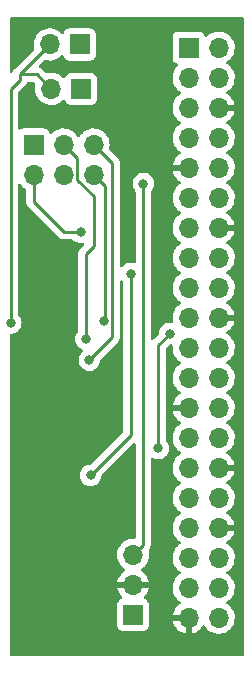
<source format=gbr>
%TF.GenerationSoftware,KiCad,Pcbnew,6.0.8-f2edbf62ab~116~ubuntu22.04.1*%
%TF.CreationDate,2022-10-03T19:02:53-04:00*%
%TF.ProjectId,RaspberryPi_PicoProgrammer,52617370-6265-4727-9279-50695f506963,rev?*%
%TF.SameCoordinates,Original*%
%TF.FileFunction,Copper,L2,Bot*%
%TF.FilePolarity,Positive*%
%FSLAX46Y46*%
G04 Gerber Fmt 4.6, Leading zero omitted, Abs format (unit mm)*
G04 Created by KiCad (PCBNEW 6.0.8-f2edbf62ab~116~ubuntu22.04.1) date 2022-10-03 19:02:53*
%MOMM*%
%LPD*%
G01*
G04 APERTURE LIST*
%TA.AperFunction,ComponentPad*%
%ADD10R,1.700000X1.700000*%
%TD*%
%TA.AperFunction,ComponentPad*%
%ADD11O,1.700000X1.700000*%
%TD*%
%TA.AperFunction,ViaPad*%
%ADD12C,0.800000*%
%TD*%
%TA.AperFunction,Conductor*%
%ADD13C,0.250000*%
%TD*%
G04 APERTURE END LIST*
D10*
%TO.P,J3,1,Pin_1*%
%TO.N,/UartTX*%
X137625000Y-71210000D03*
D11*
%TO.P,J3,2,Pin_2*%
%TO.N,/SWO*%
X137625000Y-73750000D03*
%TO.P,J3,3,Pin_3*%
%TO.N,/SDA_0*%
X140165000Y-71210000D03*
%TO.P,J3,4,Pin_4*%
%TO.N,/SCL_0*%
X140165000Y-73750000D03*
%TO.P,J3,5,Pin_5*%
%TO.N,/SDA_1*%
X142705000Y-71210000D03*
%TO.P,J3,6,Pin_6*%
%TO.N,/SCL_1*%
X142705000Y-73750000D03*
%TD*%
D10*
%TO.P,J5,1,3V3*%
%TO.N,Net-(J5-Pad1)*%
X150750000Y-63000000D03*
D11*
%TO.P,J5,2,5V*%
%TO.N,Net-(J5-Pad2)*%
X153290000Y-63000000D03*
%TO.P,J5,3,SDA/GPIO2*%
%TO.N,/SDA_0*%
X150750000Y-65540000D03*
%TO.P,J5,4,5V*%
%TO.N,unconnected-(J5-Pad4)*%
X153290000Y-65540000D03*
%TO.P,J5,5,SCL/GPIO3*%
%TO.N,/SCL_0*%
X150750000Y-68080000D03*
%TO.P,J5,6,GND*%
%TO.N,GND*%
X153290000Y-68080000D03*
%TO.P,J5,7,GCLK0/GPIO4*%
%TO.N,unconnected-(J5-Pad7)*%
X150750000Y-70620000D03*
%TO.P,J5,8,GPIO14/TXD*%
%TO.N,/UartTX*%
X153290000Y-70620000D03*
%TO.P,J5,9,GND*%
%TO.N,GND*%
X150750000Y-73160000D03*
%TO.P,J5,10,GPIO15/RXD*%
%TO.N,/SWO*%
X153290000Y-73160000D03*
%TO.P,J5,11,GPIO17*%
%TO.N,unconnected-(J5-Pad11)*%
X150750000Y-75700000D03*
%TO.P,J5,12,GPIO18/PWM0*%
%TO.N,unconnected-(J5-Pad12)*%
X153290000Y-75700000D03*
%TO.P,J5,13,GPIO27*%
%TO.N,unconnected-(J5-Pad13)*%
X150750000Y-78240000D03*
%TO.P,J5,14,GND*%
%TO.N,GND*%
X153290000Y-78240000D03*
%TO.P,J5,15,GPIO22*%
%TO.N,unconnected-(J5-Pad15)*%
X150750000Y-80780000D03*
%TO.P,J5,16,GPIO23*%
%TO.N,unconnected-(J5-Pad16)*%
X153290000Y-80780000D03*
%TO.P,J5,17,3V3*%
%TO.N,unconnected-(J5-Pad17)*%
X150750000Y-83320000D03*
%TO.P,J5,18,GPIO24*%
%TO.N,/SWDIO*%
X153290000Y-83320000D03*
%TO.P,J5,19,MOSI0/GPIO10*%
%TO.N,unconnected-(J5-Pad19)*%
X150750000Y-85860000D03*
%TO.P,J5,20,GND*%
%TO.N,GND*%
X153290000Y-85860000D03*
%TO.P,J5,21,MISO0/GPIO9*%
%TO.N,unconnected-(J5-Pad21)*%
X150750000Y-88400000D03*
%TO.P,J5,22,GPIO25*%
%TO.N,/SWDCLK*%
X153290000Y-88400000D03*
%TO.P,J5,23,SCLK0/GPIO11*%
%TO.N,unconnected-(J5-Pad23)*%
X150750000Y-90940000D03*
%TO.P,J5,24,~{CE0}/GPIO8*%
%TO.N,unconnected-(J5-Pad24)*%
X153290000Y-90940000D03*
%TO.P,J5,25,GND*%
%TO.N,GND*%
X150750000Y-93480000D03*
%TO.P,J5,26,~{CE1}/GPIO7*%
%TO.N,unconnected-(J5-Pad26)*%
X153290000Y-93480000D03*
%TO.P,J5,27,ID_SD/GPIO0*%
%TO.N,/SDA_1*%
X150750000Y-96020000D03*
%TO.P,J5,28,ID_SC/GPIO1*%
%TO.N,/SCL_1*%
X153290000Y-96020000D03*
%TO.P,J5,29,GCLK1/GPIO5*%
%TO.N,unconnected-(J5-Pad29)*%
X150750000Y-98560000D03*
%TO.P,J5,30,GND*%
%TO.N,GND*%
X153290000Y-98560000D03*
%TO.P,J5,31,GCLK2/GPIO6*%
%TO.N,unconnected-(J5-Pad31)*%
X150750000Y-101100000D03*
%TO.P,J5,32,PWM0/GPIO12*%
%TO.N,unconnected-(J5-Pad32)*%
X153290000Y-101100000D03*
%TO.P,J5,33,PWM1/GPIO13*%
%TO.N,unconnected-(J5-Pad33)*%
X150750000Y-103640000D03*
%TO.P,J5,34,GND*%
%TO.N,GND*%
X153290000Y-103640000D03*
%TO.P,J5,35,GPIO19/MISO1*%
%TO.N,unconnected-(J5-Pad35)*%
X150750000Y-106180000D03*
%TO.P,J5,36,GPIO16*%
%TO.N,unconnected-(J5-Pad36)*%
X153290000Y-106180000D03*
%TO.P,J5,37,GPIO26*%
%TO.N,unconnected-(J5-Pad37)*%
X150750000Y-108720000D03*
%TO.P,J5,38,GPIO20/MOSI1*%
%TO.N,unconnected-(J5-Pad38)*%
X153290000Y-108720000D03*
%TO.P,J5,39,GND*%
%TO.N,GND*%
X150750000Y-111260000D03*
%TO.P,J5,40,GPIO21/SCLK1*%
%TO.N,unconnected-(J5-Pad40)*%
X153290000Y-111260000D03*
%TD*%
D10*
%TO.P,3.3,1,A*%
%TO.N,Net-(J5-Pad1)*%
X141630400Y-66497200D03*
D11*
%TO.P,3.3,2,B*%
%TO.N,/power_output*%
X139090400Y-66497200D03*
%TD*%
D10*
%TO.P,5v,1,A*%
%TO.N,Net-(J5-Pad2)*%
X141528800Y-62738000D03*
D11*
%TO.P,5v,2,B*%
%TO.N,/power_output*%
X138988800Y-62738000D03*
%TD*%
D10*
%TO.P,SWD_Headers,1,Pin_1*%
%TO.N,/SWDCLK*%
X146050000Y-111030000D03*
D11*
%TO.P,SWD_Headers,2,Pin_2*%
%TO.N,GND*%
X146050000Y-108490000D03*
%TO.P,SWD_Headers,3,Pin_3*%
%TO.N,/SWO*%
X146050000Y-105950000D03*
%TD*%
D12*
%TO.N,/SDA_1*%
X142341600Y-89458800D03*
%TO.N,/SWDIO*%
X145848200Y-82145000D03*
X142443200Y-99212400D03*
%TO.N,/SWDCLK*%
X149148800Y-87223600D03*
X148183600Y-96926400D03*
%TO.N,/SWO*%
X146912200Y-74525000D03*
X141603550Y-78611550D03*
%TO.N,/SDA_0*%
X142036800Y-87680800D03*
%TO.N,/SCL_1*%
X143558200Y-86108600D03*
%TO.N,/power_output*%
X135686800Y-86309200D03*
%TO.N,GND*%
X141732000Y-97231200D03*
X136753600Y-79197200D03*
%TD*%
D13*
%TO.N,/SDA_1*%
X144283200Y-87517200D02*
X142341600Y-89458800D01*
X144283200Y-72788200D02*
X144283200Y-87517200D01*
X142705000Y-71210000D02*
X144283200Y-72788200D01*
%TO.N,/SWDIO*%
X142443200Y-99212400D02*
X142341600Y-99314000D01*
X145848200Y-82145000D02*
X145848200Y-95807400D01*
X145848200Y-95807400D02*
X142443200Y-99212400D01*
%TO.N,/SWDCLK*%
X148183600Y-96926400D02*
X148183600Y-88188800D01*
X148183600Y-88188800D02*
X149148800Y-87223600D01*
%TO.N,/SWO*%
X140181150Y-78611550D02*
X141603550Y-78611550D01*
X137625000Y-76055400D02*
X140181150Y-78611550D01*
X137625000Y-73750000D02*
X137625000Y-76055400D01*
X146900000Y-105100000D02*
X146900000Y-74588000D01*
X146050000Y-105950000D02*
X146900000Y-105100000D01*
X146900000Y-74588000D02*
X146913600Y-74574400D01*
%TO.N,/SDA_0*%
X142697200Y-79806800D02*
X142697200Y-75593901D01*
X141340000Y-72385000D02*
X140165000Y-71210000D01*
X142036800Y-87680800D02*
X142036800Y-80467200D01*
X142036800Y-80467200D02*
X142697200Y-79806800D01*
X142697200Y-75593901D02*
X141340000Y-74236701D01*
X141340000Y-74236701D02*
X141340000Y-72385000D01*
%TO.N,/SCL_1*%
X143662400Y-74707400D02*
X142705000Y-73750000D01*
X143558200Y-86108600D02*
X143662400Y-86004400D01*
X143662400Y-86004400D02*
X143662400Y-74707400D01*
%TO.N,/power_output*%
X138988800Y-62738000D02*
X136448800Y-65278000D01*
X136448800Y-65786000D02*
X135686800Y-66548000D01*
X136448800Y-65278000D02*
X136448800Y-65786000D01*
X135686800Y-66548000D02*
X135686800Y-86309200D01*
X139090400Y-66497200D02*
X137871200Y-65278000D01*
X137871200Y-65278000D02*
X136448800Y-65278000D01*
%TD*%
%TA.AperFunction,Conductor*%
%TO.N,GND*%
G36*
X155389621Y-60472502D02*
G01*
X155436114Y-60526158D01*
X155447500Y-60578500D01*
X155447500Y-114427500D01*
X155427498Y-114495621D01*
X155373842Y-114542114D01*
X155321500Y-114553500D01*
X135734500Y-114553500D01*
X135666379Y-114533498D01*
X135619886Y-114479842D01*
X135608500Y-114427500D01*
X135608500Y-111928134D01*
X144691500Y-111928134D01*
X144698255Y-111990316D01*
X144749385Y-112126705D01*
X144836739Y-112243261D01*
X144953295Y-112330615D01*
X145089684Y-112381745D01*
X145151866Y-112388500D01*
X146948134Y-112388500D01*
X147010316Y-112381745D01*
X147146705Y-112330615D01*
X147263261Y-112243261D01*
X147350615Y-112126705D01*
X147401745Y-111990316D01*
X147408500Y-111928134D01*
X147408500Y-111527966D01*
X149418257Y-111527966D01*
X149448565Y-111662446D01*
X149451645Y-111672275D01*
X149531770Y-111869603D01*
X149536413Y-111878794D01*
X149647694Y-112060388D01*
X149653777Y-112068699D01*
X149793213Y-112229667D01*
X149800580Y-112236883D01*
X149964434Y-112372916D01*
X149972881Y-112378831D01*
X150156756Y-112486279D01*
X150166042Y-112490729D01*
X150365001Y-112566703D01*
X150374899Y-112569579D01*
X150478250Y-112590606D01*
X150492299Y-112589410D01*
X150496000Y-112579065D01*
X150496000Y-111532115D01*
X150491525Y-111516876D01*
X150490135Y-111515671D01*
X150482452Y-111514000D01*
X149433225Y-111514000D01*
X149419694Y-111517973D01*
X149418257Y-111527966D01*
X147408500Y-111527966D01*
X147408500Y-110131866D01*
X147401745Y-110069684D01*
X147350615Y-109933295D01*
X147263261Y-109816739D01*
X147146705Y-109729385D01*
X147119321Y-109719119D01*
X147027687Y-109684767D01*
X146970923Y-109642125D01*
X146946223Y-109575564D01*
X146961430Y-109506215D01*
X146982977Y-109477535D01*
X147084052Y-109376812D01*
X147090730Y-109368965D01*
X147215003Y-109196020D01*
X147220313Y-109187183D01*
X147314670Y-108996267D01*
X147318469Y-108986672D01*
X147380377Y-108782910D01*
X147382555Y-108772837D01*
X147383986Y-108761962D01*
X147381775Y-108747778D01*
X147368617Y-108744000D01*
X144733225Y-108744000D01*
X144719694Y-108747973D01*
X144718257Y-108757966D01*
X144748565Y-108892446D01*
X144751645Y-108902275D01*
X144831770Y-109099603D01*
X144836413Y-109108794D01*
X144947694Y-109290388D01*
X144953777Y-109298699D01*
X145093213Y-109459667D01*
X145100577Y-109466879D01*
X145105522Y-109470985D01*
X145145156Y-109529889D01*
X145146653Y-109600870D01*
X145109537Y-109661392D01*
X145069264Y-109685910D01*
X144961705Y-109726232D01*
X144961704Y-109726233D01*
X144953295Y-109729385D01*
X144836739Y-109816739D01*
X144749385Y-109933295D01*
X144698255Y-110069684D01*
X144691500Y-110131866D01*
X144691500Y-111928134D01*
X135608500Y-111928134D01*
X135608500Y-87343700D01*
X135628502Y-87275579D01*
X135682158Y-87229086D01*
X135734500Y-87217700D01*
X135782287Y-87217700D01*
X135788739Y-87216328D01*
X135788744Y-87216328D01*
X135906187Y-87191364D01*
X135969088Y-87177994D01*
X136045764Y-87143856D01*
X136137522Y-87103003D01*
X136137524Y-87103002D01*
X136143552Y-87100318D01*
X136168670Y-87082069D01*
X136205585Y-87055248D01*
X136298053Y-86988066D01*
X136425840Y-86846144D01*
X136521327Y-86680756D01*
X136580342Y-86499128D01*
X136595229Y-86357491D01*
X136599614Y-86315765D01*
X136600304Y-86309200D01*
X136585822Y-86171407D01*
X136581032Y-86125835D01*
X136581032Y-86125833D01*
X136580342Y-86119272D01*
X136521327Y-85937644D01*
X136425840Y-85772256D01*
X136352663Y-85690985D01*
X136321947Y-85626979D01*
X136320300Y-85606676D01*
X136320300Y-74656692D01*
X136340302Y-74588571D01*
X136393958Y-74542078D01*
X136464232Y-74531974D01*
X136528812Y-74561468D01*
X136541537Y-74574194D01*
X136667865Y-74720031D01*
X136667869Y-74720035D01*
X136671250Y-74723938D01*
X136843126Y-74866632D01*
X136904129Y-74902279D01*
X136929070Y-74916853D01*
X136977794Y-74968491D01*
X136991500Y-75025641D01*
X136991500Y-75976633D01*
X136990973Y-75987816D01*
X136989298Y-75995309D01*
X136989547Y-76003235D01*
X136989547Y-76003236D01*
X136991438Y-76063386D01*
X136991500Y-76067345D01*
X136991500Y-76095256D01*
X136991997Y-76099190D01*
X136991997Y-76099191D01*
X136992005Y-76099256D01*
X136992938Y-76111093D01*
X136994327Y-76155289D01*
X136999978Y-76174739D01*
X137003987Y-76194100D01*
X137006526Y-76214197D01*
X137009445Y-76221568D01*
X137009445Y-76221570D01*
X137022804Y-76255312D01*
X137026649Y-76266542D01*
X137038982Y-76308993D01*
X137043015Y-76315812D01*
X137043017Y-76315817D01*
X137049293Y-76326428D01*
X137057988Y-76344176D01*
X137065448Y-76363017D01*
X137070110Y-76369433D01*
X137070110Y-76369434D01*
X137091436Y-76398787D01*
X137097952Y-76408707D01*
X137120458Y-76446762D01*
X137134779Y-76461083D01*
X137147619Y-76476116D01*
X137159528Y-76492507D01*
X137193605Y-76520698D01*
X137202384Y-76528688D01*
X139677498Y-79003803D01*
X139685038Y-79012089D01*
X139689150Y-79018568D01*
X139694927Y-79023993D01*
X139738801Y-79065193D01*
X139741643Y-79067948D01*
X139761380Y-79087685D01*
X139764577Y-79090165D01*
X139773597Y-79097868D01*
X139805829Y-79128136D01*
X139812775Y-79131955D01*
X139812778Y-79131957D01*
X139823584Y-79137898D01*
X139840103Y-79148749D01*
X139856109Y-79161164D01*
X139863378Y-79164309D01*
X139863382Y-79164312D01*
X139896687Y-79178724D01*
X139907337Y-79183941D01*
X139946090Y-79205245D01*
X139963313Y-79209667D01*
X139965712Y-79210283D01*
X139984417Y-79216687D01*
X140003005Y-79224731D01*
X140010828Y-79225970D01*
X140010838Y-79225973D01*
X140046674Y-79231649D01*
X140058294Y-79234055D01*
X140093439Y-79243078D01*
X140101120Y-79245050D01*
X140121374Y-79245050D01*
X140141084Y-79246601D01*
X140161093Y-79249770D01*
X140168985Y-79249024D01*
X140205111Y-79245609D01*
X140216969Y-79245050D01*
X140895350Y-79245050D01*
X140963471Y-79265052D01*
X140982697Y-79281393D01*
X140982970Y-79281090D01*
X140987882Y-79285513D01*
X140992297Y-79290416D01*
X140997636Y-79294295D01*
X141078321Y-79352916D01*
X141146798Y-79402668D01*
X141152826Y-79405352D01*
X141152828Y-79405353D01*
X141219974Y-79435248D01*
X141321262Y-79480344D01*
X141414662Y-79500197D01*
X141501606Y-79518678D01*
X141501611Y-79518678D01*
X141508063Y-79520050D01*
X141699037Y-79520050D01*
X141705490Y-79518678D01*
X141705503Y-79518677D01*
X141776977Y-79503484D01*
X141847767Y-79508885D01*
X141904400Y-79551702D01*
X141928894Y-79618339D01*
X141913473Y-79687641D01*
X141892269Y-79715825D01*
X141644542Y-79963552D01*
X141636262Y-79971087D01*
X141629782Y-79975200D01*
X141583157Y-80024851D01*
X141580402Y-80027693D01*
X141560665Y-80047430D01*
X141558185Y-80050627D01*
X141550482Y-80059647D01*
X141520214Y-80091879D01*
X141516395Y-80098825D01*
X141516393Y-80098828D01*
X141510452Y-80109634D01*
X141499601Y-80126153D01*
X141487186Y-80142159D01*
X141484041Y-80149428D01*
X141484038Y-80149432D01*
X141469626Y-80182737D01*
X141464409Y-80193387D01*
X141443105Y-80232140D01*
X141441134Y-80239815D01*
X141441134Y-80239816D01*
X141438067Y-80251762D01*
X141431663Y-80270466D01*
X141423619Y-80289055D01*
X141422380Y-80296878D01*
X141422377Y-80296888D01*
X141416701Y-80332724D01*
X141414295Y-80344344D01*
X141405272Y-80379489D01*
X141403300Y-80387170D01*
X141403300Y-80407424D01*
X141401749Y-80427134D01*
X141398580Y-80447143D01*
X141399326Y-80455035D01*
X141402741Y-80491161D01*
X141403300Y-80503019D01*
X141403300Y-86978276D01*
X141383298Y-87046397D01*
X141370942Y-87062579D01*
X141297760Y-87143856D01*
X141255918Y-87216328D01*
X141221710Y-87275579D01*
X141202273Y-87309244D01*
X141143258Y-87490872D01*
X141142568Y-87497433D01*
X141142568Y-87497435D01*
X141134666Y-87572617D01*
X141123296Y-87680800D01*
X141123986Y-87687365D01*
X141142526Y-87863759D01*
X141143258Y-87870728D01*
X141202273Y-88052356D01*
X141297760Y-88217744D01*
X141425547Y-88359666D01*
X141481062Y-88400000D01*
X141572715Y-88466590D01*
X141580048Y-88471918D01*
X141586076Y-88474602D01*
X141586078Y-88474603D01*
X141736732Y-88541678D01*
X141790828Y-88587658D01*
X141811477Y-88655585D01*
X141792125Y-88723893D01*
X141759544Y-88758721D01*
X141730347Y-88779934D01*
X141725926Y-88784844D01*
X141725925Y-88784845D01*
X141620609Y-88901811D01*
X141602560Y-88921856D01*
X141507073Y-89087244D01*
X141448058Y-89268872D01*
X141428096Y-89458800D01*
X141428786Y-89465365D01*
X141444105Y-89611114D01*
X141448058Y-89648728D01*
X141507073Y-89830356D01*
X141602560Y-89995744D01*
X141606978Y-90000651D01*
X141606979Y-90000652D01*
X141703885Y-90108277D01*
X141730347Y-90137666D01*
X141884848Y-90249918D01*
X141890876Y-90252602D01*
X141890878Y-90252603D01*
X142053281Y-90324909D01*
X142059312Y-90327594D01*
X142152712Y-90347447D01*
X142239656Y-90365928D01*
X142239661Y-90365928D01*
X142246113Y-90367300D01*
X142437087Y-90367300D01*
X142443539Y-90365928D01*
X142443544Y-90365928D01*
X142530488Y-90347447D01*
X142623888Y-90327594D01*
X142629919Y-90324909D01*
X142792322Y-90252603D01*
X142792324Y-90252602D01*
X142798352Y-90249918D01*
X142952853Y-90137666D01*
X142979315Y-90108277D01*
X143076221Y-90000652D01*
X143076222Y-90000651D01*
X143080640Y-89995744D01*
X143176127Y-89830356D01*
X143235142Y-89648728D01*
X143252507Y-89483506D01*
X143279520Y-89417850D01*
X143288722Y-89407582D01*
X143972412Y-88723893D01*
X144675453Y-88020852D01*
X144683739Y-88013312D01*
X144690218Y-88009200D01*
X144736844Y-87959548D01*
X144739598Y-87956707D01*
X144759335Y-87936970D01*
X144761815Y-87933773D01*
X144769520Y-87924751D01*
X144794359Y-87898300D01*
X144799786Y-87892521D01*
X144803605Y-87885575D01*
X144803607Y-87885572D01*
X144809548Y-87874766D01*
X144820399Y-87858247D01*
X144827958Y-87848501D01*
X144832814Y-87842241D01*
X144835959Y-87834972D01*
X144835962Y-87834968D01*
X144850374Y-87801663D01*
X144855591Y-87791013D01*
X144876895Y-87752260D01*
X144881933Y-87732637D01*
X144888337Y-87713934D01*
X144893233Y-87702620D01*
X144893233Y-87702619D01*
X144896381Y-87695345D01*
X144897620Y-87687522D01*
X144897623Y-87687512D01*
X144903299Y-87651676D01*
X144905705Y-87640056D01*
X144914728Y-87604911D01*
X144914728Y-87604910D01*
X144916700Y-87597230D01*
X144916700Y-87576976D01*
X144918251Y-87557265D01*
X144920180Y-87545086D01*
X144921420Y-87537257D01*
X144917259Y-87493238D01*
X144916700Y-87481381D01*
X144916700Y-82796436D01*
X144936702Y-82728315D01*
X144990358Y-82681822D01*
X145060632Y-82671718D01*
X145125212Y-82701212D01*
X145136328Y-82712117D01*
X145182337Y-82763215D01*
X145213053Y-82827221D01*
X145214700Y-82847524D01*
X145214700Y-95492805D01*
X145194698Y-95560926D01*
X145177795Y-95581900D01*
X142492700Y-98266995D01*
X142430388Y-98301021D01*
X142403605Y-98303900D01*
X142347713Y-98303900D01*
X142341261Y-98305272D01*
X142341256Y-98305272D01*
X142254312Y-98323753D01*
X142160912Y-98343606D01*
X142154882Y-98346291D01*
X142154881Y-98346291D01*
X141992478Y-98418597D01*
X141992476Y-98418598D01*
X141986448Y-98421282D01*
X141831947Y-98533534D01*
X141704160Y-98675456D01*
X141608673Y-98840844D01*
X141549658Y-99022472D01*
X141529696Y-99212400D01*
X141530386Y-99218965D01*
X141545282Y-99360689D01*
X141549658Y-99402328D01*
X141608673Y-99583956D01*
X141704160Y-99749344D01*
X141708578Y-99754251D01*
X141708579Y-99754252D01*
X141800768Y-99856638D01*
X141831947Y-99891266D01*
X141986448Y-100003518D01*
X141992476Y-100006202D01*
X141992478Y-100006203D01*
X142152682Y-100077530D01*
X142160912Y-100081194D01*
X142248672Y-100099848D01*
X142341256Y-100119528D01*
X142341261Y-100119528D01*
X142347713Y-100120900D01*
X142538687Y-100120900D01*
X142545139Y-100119528D01*
X142545144Y-100119528D01*
X142637728Y-100099848D01*
X142725488Y-100081194D01*
X142733718Y-100077530D01*
X142893922Y-100006203D01*
X142893924Y-100006202D01*
X142899952Y-100003518D01*
X143054453Y-99891266D01*
X143085632Y-99856638D01*
X143177821Y-99754252D01*
X143177822Y-99754251D01*
X143182240Y-99749344D01*
X143277727Y-99583956D01*
X143336742Y-99402328D01*
X143354107Y-99237106D01*
X143381120Y-99171450D01*
X143390322Y-99161182D01*
X146051405Y-96500099D01*
X146113717Y-96466073D01*
X146184532Y-96471138D01*
X146241368Y-96513685D01*
X146266179Y-96580205D01*
X146266500Y-96589194D01*
X146266500Y-104466423D01*
X146246498Y-104534544D01*
X146192842Y-104581037D01*
X146138962Y-104592414D01*
X146006505Y-104590795D01*
X145960080Y-104590228D01*
X145960078Y-104590228D01*
X145954911Y-104590165D01*
X145734091Y-104623955D01*
X145521756Y-104693357D01*
X145323607Y-104796507D01*
X145319474Y-104799610D01*
X145319471Y-104799612D01*
X145154658Y-104923357D01*
X145144965Y-104930635D01*
X145091418Y-104986669D01*
X145006014Y-105076039D01*
X144990629Y-105092138D01*
X144987715Y-105096410D01*
X144987714Y-105096411D01*
X144902556Y-105221249D01*
X144864743Y-105276680D01*
X144770688Y-105479305D01*
X144710989Y-105694570D01*
X144687251Y-105916695D01*
X144687548Y-105921848D01*
X144687548Y-105921851D01*
X144693011Y-106016590D01*
X144700110Y-106139715D01*
X144701247Y-106144761D01*
X144701248Y-106144767D01*
X144709947Y-106183365D01*
X144749222Y-106357639D01*
X144833266Y-106564616D01*
X144850307Y-106592425D01*
X144907928Y-106686453D01*
X144949987Y-106755088D01*
X145096250Y-106923938D01*
X145268126Y-107066632D01*
X145341955Y-107109774D01*
X145390679Y-107161412D01*
X145403750Y-107231195D01*
X145377019Y-107296967D01*
X145336562Y-107330327D01*
X145328457Y-107334546D01*
X145319738Y-107340036D01*
X145149433Y-107467905D01*
X145141726Y-107474748D01*
X144994590Y-107628717D01*
X144988104Y-107636727D01*
X144868098Y-107812649D01*
X144863000Y-107821623D01*
X144773338Y-108014783D01*
X144769775Y-108024470D01*
X144714389Y-108224183D01*
X144715912Y-108232607D01*
X144728292Y-108236000D01*
X147368344Y-108236000D01*
X147381875Y-108232027D01*
X147383180Y-108222947D01*
X147341214Y-108055875D01*
X147337894Y-108046124D01*
X147252972Y-107850814D01*
X147248105Y-107841739D01*
X147132426Y-107662926D01*
X147126136Y-107654757D01*
X146982806Y-107497240D01*
X146975273Y-107490215D01*
X146808139Y-107358222D01*
X146799556Y-107352520D01*
X146762602Y-107332120D01*
X146712631Y-107281687D01*
X146697859Y-107212245D01*
X146722975Y-107145839D01*
X146750327Y-107119232D01*
X146773797Y-107102491D01*
X146929860Y-106991173D01*
X146935967Y-106985088D01*
X147035123Y-106886277D01*
X147088096Y-106833489D01*
X147147594Y-106750689D01*
X147215435Y-106656277D01*
X147218453Y-106652077D01*
X147252793Y-106582596D01*
X147315136Y-106456453D01*
X147315137Y-106456451D01*
X147317430Y-106451811D01*
X147382370Y-106238069D01*
X147411529Y-106016590D01*
X147413156Y-105950000D01*
X147394852Y-105727361D01*
X147366261Y-105613536D01*
X147369065Y-105542595D01*
X147396615Y-105496588D01*
X147411159Y-105481100D01*
X147416586Y-105475321D01*
X147420407Y-105468371D01*
X147426346Y-105457568D01*
X147437202Y-105441041D01*
X147444757Y-105431302D01*
X147444758Y-105431300D01*
X147449614Y-105425040D01*
X147467174Y-105384460D01*
X147472391Y-105373812D01*
X147489875Y-105342009D01*
X147489876Y-105342007D01*
X147493695Y-105335060D01*
X147498733Y-105315437D01*
X147505137Y-105296734D01*
X147510033Y-105285420D01*
X147510033Y-105285419D01*
X147513181Y-105278145D01*
X147514420Y-105270322D01*
X147514423Y-105270312D01*
X147520099Y-105234476D01*
X147522505Y-105222856D01*
X147531528Y-105187711D01*
X147531528Y-105187710D01*
X147533500Y-105180030D01*
X147533500Y-105159776D01*
X147535051Y-105140065D01*
X147536980Y-105127886D01*
X147538220Y-105120057D01*
X147534059Y-105076038D01*
X147533500Y-105064181D01*
X147533500Y-97823330D01*
X147553502Y-97755209D01*
X147607158Y-97708716D01*
X147677432Y-97698612D01*
X147722110Y-97714076D01*
X147726848Y-97717518D01*
X147901312Y-97795194D01*
X147994713Y-97815047D01*
X148081656Y-97833528D01*
X148081661Y-97833528D01*
X148088113Y-97834900D01*
X148279087Y-97834900D01*
X148285539Y-97833528D01*
X148285544Y-97833528D01*
X148372488Y-97815047D01*
X148465888Y-97795194D01*
X148471919Y-97792509D01*
X148634322Y-97720203D01*
X148634324Y-97720202D01*
X148640352Y-97717518D01*
X148655212Y-97706722D01*
X148695757Y-97677264D01*
X148794853Y-97605266D01*
X148922640Y-97463344D01*
X149018127Y-97297956D01*
X149077142Y-97116328D01*
X149097104Y-96926400D01*
X149086456Y-96825088D01*
X149077832Y-96743035D01*
X149077832Y-96743033D01*
X149077142Y-96736472D01*
X149018127Y-96554844D01*
X149001736Y-96526453D01*
X148925941Y-96395174D01*
X148922640Y-96389456D01*
X148849463Y-96308185D01*
X148818747Y-96244179D01*
X148817100Y-96223876D01*
X148817100Y-88503395D01*
X148837102Y-88435274D01*
X148854005Y-88414299D01*
X149099301Y-88169004D01*
X149161613Y-88134979D01*
X149188396Y-88132100D01*
X149244287Y-88132100D01*
X149250745Y-88130727D01*
X149257311Y-88130037D01*
X149257574Y-88132539D01*
X149317063Y-88137074D01*
X149373699Y-88179886D01*
X149398198Y-88246522D01*
X149397765Y-88268311D01*
X149387251Y-88366695D01*
X149387548Y-88371848D01*
X149387548Y-88371851D01*
X149397340Y-88541678D01*
X149400110Y-88589715D01*
X149401247Y-88594761D01*
X149401248Y-88594767D01*
X149417681Y-88667682D01*
X149449222Y-88807639D01*
X149533266Y-89014616D01*
X149574265Y-89081521D01*
X149647291Y-89200688D01*
X149649987Y-89205088D01*
X149796250Y-89373938D01*
X149968126Y-89516632D01*
X150038595Y-89557811D01*
X150041445Y-89559476D01*
X150090169Y-89611114D01*
X150103240Y-89680897D01*
X150076509Y-89746669D01*
X150036055Y-89780027D01*
X150023607Y-89786507D01*
X150019474Y-89789610D01*
X150019471Y-89789612D01*
X149957583Y-89836079D01*
X149844965Y-89920635D01*
X149690629Y-90082138D01*
X149687720Y-90086403D01*
X149687714Y-90086411D01*
X149602556Y-90211249D01*
X149564743Y-90266680D01*
X149470688Y-90469305D01*
X149410989Y-90684570D01*
X149387251Y-90906695D01*
X149387548Y-90911848D01*
X149387548Y-90911851D01*
X149393011Y-91006590D01*
X149400110Y-91129715D01*
X149401247Y-91134761D01*
X149401248Y-91134767D01*
X149421119Y-91222939D01*
X149449222Y-91347639D01*
X149533266Y-91554616D01*
X149584019Y-91637438D01*
X149647291Y-91740688D01*
X149649987Y-91745088D01*
X149796250Y-91913938D01*
X149968126Y-92056632D01*
X150041445Y-92099476D01*
X150041955Y-92099774D01*
X150090679Y-92151412D01*
X150103750Y-92221195D01*
X150077019Y-92286967D01*
X150036562Y-92320327D01*
X150028457Y-92324546D01*
X150019738Y-92330036D01*
X149849433Y-92457905D01*
X149841726Y-92464748D01*
X149694590Y-92618717D01*
X149688104Y-92626727D01*
X149568098Y-92802649D01*
X149563000Y-92811623D01*
X149473338Y-93004783D01*
X149469775Y-93014470D01*
X149414389Y-93214183D01*
X149415912Y-93222607D01*
X149428292Y-93226000D01*
X150878000Y-93226000D01*
X150946121Y-93246002D01*
X150992614Y-93299658D01*
X151004000Y-93352000D01*
X151004000Y-93608000D01*
X150983998Y-93676121D01*
X150930342Y-93722614D01*
X150878000Y-93734000D01*
X149433225Y-93734000D01*
X149419694Y-93737973D01*
X149418257Y-93747966D01*
X149448565Y-93882446D01*
X149451645Y-93892275D01*
X149531770Y-94089603D01*
X149536413Y-94098794D01*
X149647694Y-94280388D01*
X149653777Y-94288699D01*
X149793213Y-94449667D01*
X149800580Y-94456883D01*
X149964434Y-94592916D01*
X149972881Y-94598831D01*
X150041969Y-94639203D01*
X150090693Y-94690842D01*
X150103764Y-94760625D01*
X150077033Y-94826396D01*
X150036584Y-94859752D01*
X150023607Y-94866507D01*
X150019474Y-94869610D01*
X150019471Y-94869612D01*
X149995247Y-94887800D01*
X149844965Y-95000635D01*
X149690629Y-95162138D01*
X149564743Y-95346680D01*
X149470688Y-95549305D01*
X149410989Y-95764570D01*
X149387251Y-95986695D01*
X149387548Y-95991848D01*
X149387548Y-95991851D01*
X149393011Y-96086590D01*
X149400110Y-96209715D01*
X149401247Y-96214761D01*
X149401248Y-96214767D01*
X149403301Y-96223876D01*
X149449222Y-96427639D01*
X149533266Y-96634616D01*
X149584019Y-96717438D01*
X149647291Y-96820688D01*
X149649987Y-96825088D01*
X149796250Y-96993938D01*
X149968126Y-97136632D01*
X150038595Y-97177811D01*
X150041445Y-97179476D01*
X150090169Y-97231114D01*
X150103240Y-97300897D01*
X150076509Y-97366669D01*
X150036055Y-97400027D01*
X150023607Y-97406507D01*
X150019474Y-97409610D01*
X150019471Y-97409612D01*
X149947907Y-97463344D01*
X149844965Y-97540635D01*
X149690629Y-97702138D01*
X149687715Y-97706410D01*
X149687714Y-97706411D01*
X149626215Y-97796566D01*
X149564743Y-97886680D01*
X149470688Y-98089305D01*
X149410989Y-98304570D01*
X149387251Y-98526695D01*
X149400110Y-98749715D01*
X149401247Y-98754761D01*
X149401248Y-98754767D01*
X149422275Y-98848069D01*
X149449222Y-98967639D01*
X149533266Y-99174616D01*
X149649987Y-99365088D01*
X149796250Y-99533938D01*
X149968126Y-99676632D01*
X150038595Y-99717811D01*
X150041445Y-99719476D01*
X150090169Y-99771114D01*
X150103240Y-99840897D01*
X150076509Y-99906669D01*
X150036055Y-99940027D01*
X150023607Y-99946507D01*
X150019474Y-99949610D01*
X150019471Y-99949612D01*
X149995247Y-99967800D01*
X149844965Y-100080635D01*
X149690629Y-100242138D01*
X149564743Y-100426680D01*
X149470688Y-100629305D01*
X149410989Y-100844570D01*
X149387251Y-101066695D01*
X149387548Y-101071848D01*
X149387548Y-101071851D01*
X149393011Y-101166590D01*
X149400110Y-101289715D01*
X149401247Y-101294761D01*
X149401248Y-101294767D01*
X149421119Y-101382939D01*
X149449222Y-101507639D01*
X149533266Y-101714616D01*
X149584019Y-101797438D01*
X149647291Y-101900688D01*
X149649987Y-101905088D01*
X149796250Y-102073938D01*
X149968126Y-102216632D01*
X150038595Y-102257811D01*
X150041445Y-102259476D01*
X150090169Y-102311114D01*
X150103240Y-102380897D01*
X150076509Y-102446669D01*
X150036055Y-102480027D01*
X150023607Y-102486507D01*
X150019474Y-102489610D01*
X150019471Y-102489612D01*
X149995247Y-102507800D01*
X149844965Y-102620635D01*
X149690629Y-102782138D01*
X149564743Y-102966680D01*
X149470688Y-103169305D01*
X149410989Y-103384570D01*
X149387251Y-103606695D01*
X149400110Y-103829715D01*
X149401247Y-103834761D01*
X149401248Y-103834767D01*
X149414597Y-103894000D01*
X149449222Y-104047639D01*
X149533266Y-104254616D01*
X149649987Y-104445088D01*
X149796250Y-104613938D01*
X149968126Y-104756632D01*
X150032276Y-104794118D01*
X150041445Y-104799476D01*
X150090169Y-104851114D01*
X150103240Y-104920897D01*
X150076509Y-104986669D01*
X150036055Y-105020027D01*
X150023607Y-105026507D01*
X150019474Y-105029610D01*
X150019471Y-105029612D01*
X149849100Y-105157530D01*
X149844965Y-105160635D01*
X149841393Y-105164373D01*
X149725718Y-105285420D01*
X149690629Y-105322138D01*
X149564743Y-105506680D01*
X149517716Y-105607992D01*
X149477528Y-105694570D01*
X149470688Y-105709305D01*
X149410989Y-105924570D01*
X149387251Y-106146695D01*
X149387548Y-106151848D01*
X149387548Y-106151851D01*
X149393011Y-106246590D01*
X149400110Y-106369715D01*
X149401247Y-106374761D01*
X149401248Y-106374767D01*
X149421119Y-106462939D01*
X149449222Y-106587639D01*
X149533266Y-106794616D01*
X149584019Y-106877438D01*
X149647291Y-106980688D01*
X149649987Y-106985088D01*
X149796250Y-107153938D01*
X149968126Y-107296632D01*
X149979994Y-107303567D01*
X150041445Y-107339476D01*
X150090169Y-107391114D01*
X150103240Y-107460897D01*
X150076509Y-107526669D01*
X150036055Y-107560027D01*
X150023607Y-107566507D01*
X150019474Y-107569610D01*
X150019471Y-107569612D01*
X149849100Y-107697530D01*
X149844965Y-107700635D01*
X149690629Y-107862138D01*
X149564743Y-108046680D01*
X149470688Y-108249305D01*
X149410989Y-108464570D01*
X149387251Y-108686695D01*
X149387548Y-108691848D01*
X149387548Y-108691851D01*
X149393011Y-108786590D01*
X149400110Y-108909715D01*
X149401247Y-108914761D01*
X149401248Y-108914767D01*
X149421119Y-109002939D01*
X149449222Y-109127639D01*
X149533266Y-109334616D01*
X149584019Y-109417438D01*
X149647291Y-109520688D01*
X149649987Y-109525088D01*
X149796250Y-109693938D01*
X149968126Y-109836632D01*
X150041445Y-109879476D01*
X150041955Y-109879774D01*
X150090679Y-109931412D01*
X150103750Y-110001195D01*
X150077019Y-110066967D01*
X150036562Y-110100327D01*
X150028457Y-110104546D01*
X150019738Y-110110036D01*
X149849433Y-110237905D01*
X149841726Y-110244748D01*
X149694590Y-110398717D01*
X149688104Y-110406727D01*
X149568098Y-110582649D01*
X149563000Y-110591623D01*
X149473338Y-110784783D01*
X149469775Y-110794470D01*
X149414389Y-110994183D01*
X149415912Y-111002607D01*
X149428292Y-111006000D01*
X150878000Y-111006000D01*
X150946121Y-111026002D01*
X150992614Y-111079658D01*
X151004000Y-111132000D01*
X151004000Y-112578517D01*
X151008064Y-112592359D01*
X151021478Y-112594393D01*
X151028184Y-112593534D01*
X151038262Y-112591392D01*
X151242255Y-112530191D01*
X151251842Y-112526433D01*
X151443095Y-112432739D01*
X151451945Y-112427464D01*
X151625328Y-112303792D01*
X151633200Y-112297139D01*
X151784052Y-112146812D01*
X151790730Y-112138965D01*
X151918022Y-111961819D01*
X151919279Y-111962722D01*
X151966373Y-111919362D01*
X152036311Y-111907145D01*
X152101751Y-111934678D01*
X152129579Y-111966511D01*
X152189987Y-112065088D01*
X152336250Y-112233938D01*
X152508126Y-112376632D01*
X152701000Y-112489338D01*
X152909692Y-112569030D01*
X152914760Y-112570061D01*
X152914763Y-112570062D01*
X153009862Y-112589410D01*
X153128597Y-112613567D01*
X153133772Y-112613757D01*
X153133774Y-112613757D01*
X153346673Y-112621564D01*
X153346677Y-112621564D01*
X153351837Y-112621753D01*
X153356957Y-112621097D01*
X153356959Y-112621097D01*
X153568288Y-112594025D01*
X153568289Y-112594025D01*
X153573416Y-112593368D01*
X153578366Y-112591883D01*
X153782429Y-112530661D01*
X153782434Y-112530659D01*
X153787384Y-112529174D01*
X153987994Y-112430896D01*
X154169860Y-112301173D01*
X154328096Y-112143489D01*
X154340157Y-112126705D01*
X154455435Y-111966277D01*
X154458453Y-111962077D01*
X154471995Y-111934678D01*
X154555136Y-111766453D01*
X154555137Y-111766451D01*
X154557430Y-111761811D01*
X154622370Y-111548069D01*
X154651529Y-111326590D01*
X154653156Y-111260000D01*
X154634852Y-111037361D01*
X154580431Y-110820702D01*
X154491354Y-110615840D01*
X154370014Y-110428277D01*
X154219670Y-110263051D01*
X154215619Y-110259852D01*
X154215615Y-110259848D01*
X154048414Y-110127800D01*
X154048410Y-110127798D01*
X154044359Y-110124598D01*
X154003053Y-110101796D01*
X153953084Y-110051364D01*
X153938312Y-109981921D01*
X153963428Y-109915516D01*
X153990780Y-109888909D01*
X154034603Y-109857650D01*
X154169860Y-109761173D01*
X154196355Y-109734771D01*
X154324435Y-109607137D01*
X154328096Y-109603489D01*
X154387594Y-109520689D01*
X154455435Y-109426277D01*
X154458453Y-109422077D01*
X154479320Y-109379857D01*
X154555136Y-109226453D01*
X154555137Y-109226451D01*
X154557430Y-109221811D01*
X154622370Y-109008069D01*
X154651529Y-108786590D01*
X154652131Y-108761962D01*
X154653074Y-108723365D01*
X154653074Y-108723361D01*
X154653156Y-108720000D01*
X154634852Y-108497361D01*
X154580431Y-108280702D01*
X154491354Y-108075840D01*
X154370014Y-107888277D01*
X154219670Y-107723051D01*
X154215619Y-107719852D01*
X154215615Y-107719848D01*
X154048414Y-107587800D01*
X154048410Y-107587798D01*
X154044359Y-107584598D01*
X154003053Y-107561796D01*
X153953084Y-107511364D01*
X153938312Y-107441921D01*
X153963428Y-107375516D01*
X153990780Y-107348909D01*
X154054347Y-107303567D01*
X154169860Y-107221173D01*
X154211842Y-107179338D01*
X154324435Y-107067137D01*
X154328096Y-107063489D01*
X154382679Y-106987529D01*
X154455435Y-106886277D01*
X154458453Y-106882077D01*
X154479320Y-106839857D01*
X154555136Y-106686453D01*
X154555137Y-106686451D01*
X154557430Y-106681811D01*
X154622370Y-106468069D01*
X154651529Y-106246590D01*
X154653156Y-106180000D01*
X154634852Y-105957361D01*
X154580431Y-105740702D01*
X154491354Y-105535840D01*
X154389899Y-105379014D01*
X154372822Y-105352617D01*
X154372820Y-105352614D01*
X154370014Y-105348277D01*
X154219670Y-105183051D01*
X154215619Y-105179852D01*
X154215615Y-105179848D01*
X154048414Y-105047800D01*
X154048410Y-105047798D01*
X154044359Y-105044598D01*
X154002569Y-105021529D01*
X153952598Y-104971097D01*
X153937826Y-104901654D01*
X153962942Y-104835248D01*
X153990294Y-104808641D01*
X154165328Y-104683792D01*
X154173200Y-104677139D01*
X154324052Y-104526812D01*
X154330730Y-104518965D01*
X154455003Y-104346020D01*
X154460313Y-104337183D01*
X154554670Y-104146267D01*
X154558469Y-104136672D01*
X154620377Y-103932910D01*
X154622555Y-103922837D01*
X154623986Y-103911962D01*
X154621775Y-103897778D01*
X154608617Y-103894000D01*
X153162000Y-103894000D01*
X153093879Y-103873998D01*
X153047386Y-103820342D01*
X153036000Y-103768000D01*
X153036000Y-103512000D01*
X153056002Y-103443879D01*
X153109658Y-103397386D01*
X153162000Y-103386000D01*
X154608344Y-103386000D01*
X154621875Y-103382027D01*
X154623180Y-103372947D01*
X154581214Y-103205875D01*
X154577894Y-103196124D01*
X154492972Y-103000814D01*
X154488105Y-102991739D01*
X154372426Y-102812926D01*
X154366136Y-102804757D01*
X154222806Y-102647240D01*
X154215273Y-102640215D01*
X154048139Y-102508222D01*
X154039556Y-102502520D01*
X154002602Y-102482120D01*
X153952631Y-102431687D01*
X153937859Y-102362245D01*
X153962975Y-102295839D01*
X153990327Y-102269232D01*
X154013797Y-102252491D01*
X154169860Y-102141173D01*
X154328096Y-101983489D01*
X154387594Y-101900689D01*
X154455435Y-101806277D01*
X154458453Y-101802077D01*
X154479320Y-101759857D01*
X154555136Y-101606453D01*
X154555137Y-101606451D01*
X154557430Y-101601811D01*
X154622370Y-101388069D01*
X154651529Y-101166590D01*
X154653156Y-101100000D01*
X154634852Y-100877361D01*
X154580431Y-100660702D01*
X154491354Y-100455840D01*
X154370014Y-100268277D01*
X154219670Y-100103051D01*
X154215619Y-100099852D01*
X154215615Y-100099848D01*
X154048414Y-99967800D01*
X154048410Y-99967798D01*
X154044359Y-99964598D01*
X154002569Y-99941529D01*
X153952598Y-99891097D01*
X153937826Y-99821654D01*
X153962942Y-99755248D01*
X153990294Y-99728641D01*
X154165328Y-99603792D01*
X154173200Y-99597139D01*
X154324052Y-99446812D01*
X154330730Y-99438965D01*
X154455003Y-99266020D01*
X154460313Y-99257183D01*
X154554670Y-99066267D01*
X154558469Y-99056672D01*
X154620377Y-98852910D01*
X154622555Y-98842837D01*
X154623986Y-98831962D01*
X154621775Y-98817778D01*
X154608617Y-98814000D01*
X153162000Y-98814000D01*
X153093879Y-98793998D01*
X153047386Y-98740342D01*
X153036000Y-98688000D01*
X153036000Y-98432000D01*
X153056002Y-98363879D01*
X153109658Y-98317386D01*
X153162000Y-98306000D01*
X154608344Y-98306000D01*
X154621875Y-98302027D01*
X154623180Y-98292947D01*
X154581214Y-98125875D01*
X154577894Y-98116124D01*
X154492972Y-97920814D01*
X154488105Y-97911739D01*
X154372426Y-97732926D01*
X154366136Y-97724757D01*
X154222806Y-97567240D01*
X154215273Y-97560215D01*
X154048139Y-97428222D01*
X154039556Y-97422520D01*
X154002602Y-97402120D01*
X153952631Y-97351687D01*
X153937859Y-97282245D01*
X153962975Y-97215839D01*
X153990327Y-97189232D01*
X154013797Y-97172491D01*
X154169860Y-97061173D01*
X154328096Y-96903489D01*
X154387594Y-96820689D01*
X154455435Y-96726277D01*
X154458453Y-96722077D01*
X154479320Y-96679857D01*
X154555136Y-96526453D01*
X154555137Y-96526451D01*
X154557430Y-96521811D01*
X154622370Y-96308069D01*
X154651529Y-96086590D01*
X154653156Y-96020000D01*
X154634852Y-95797361D01*
X154580431Y-95580702D01*
X154491354Y-95375840D01*
X154370014Y-95188277D01*
X154219670Y-95023051D01*
X154215619Y-95019852D01*
X154215615Y-95019848D01*
X154048414Y-94887800D01*
X154048410Y-94887798D01*
X154044359Y-94884598D01*
X154003053Y-94861796D01*
X153953084Y-94811364D01*
X153938312Y-94741921D01*
X153963428Y-94675516D01*
X153990780Y-94648909D01*
X154034603Y-94617650D01*
X154169860Y-94521173D01*
X154328096Y-94363489D01*
X154458453Y-94182077D01*
X154471995Y-94154678D01*
X154555136Y-93986453D01*
X154555137Y-93986451D01*
X154557430Y-93981811D01*
X154622370Y-93768069D01*
X154651529Y-93546590D01*
X154653156Y-93480000D01*
X154634852Y-93257361D01*
X154580431Y-93040702D01*
X154491354Y-92835840D01*
X154370014Y-92648277D01*
X154219670Y-92483051D01*
X154215619Y-92479852D01*
X154215615Y-92479848D01*
X154048414Y-92347800D01*
X154048410Y-92347798D01*
X154044359Y-92344598D01*
X154003053Y-92321796D01*
X153953084Y-92271364D01*
X153938312Y-92201921D01*
X153963428Y-92135516D01*
X153990780Y-92108909D01*
X154034603Y-92077650D01*
X154169860Y-91981173D01*
X154328096Y-91823489D01*
X154387594Y-91740689D01*
X154455435Y-91646277D01*
X154458453Y-91642077D01*
X154479320Y-91599857D01*
X154555136Y-91446453D01*
X154555137Y-91446451D01*
X154557430Y-91441811D01*
X154622370Y-91228069D01*
X154651529Y-91006590D01*
X154653156Y-90940000D01*
X154634852Y-90717361D01*
X154580431Y-90500702D01*
X154491354Y-90295840D01*
X154370014Y-90108277D01*
X154219670Y-89943051D01*
X154215619Y-89939852D01*
X154215615Y-89939848D01*
X154048414Y-89807800D01*
X154048410Y-89807798D01*
X154044359Y-89804598D01*
X154003053Y-89781796D01*
X153953084Y-89731364D01*
X153938312Y-89661921D01*
X153963428Y-89595516D01*
X153990780Y-89568909D01*
X154034603Y-89537650D01*
X154169860Y-89441173D01*
X154328096Y-89283489D01*
X154333884Y-89275435D01*
X154455435Y-89106277D01*
X154458453Y-89102077D01*
X154468613Y-89081521D01*
X154555136Y-88906453D01*
X154555137Y-88906451D01*
X154557430Y-88901811D01*
X154622370Y-88688069D01*
X154651529Y-88466590D01*
X154653156Y-88400000D01*
X154634852Y-88177361D01*
X154580431Y-87960702D01*
X154491354Y-87755840D01*
X154423967Y-87651676D01*
X154372822Y-87572617D01*
X154372820Y-87572614D01*
X154370014Y-87568277D01*
X154219670Y-87403051D01*
X154215619Y-87399852D01*
X154215615Y-87399848D01*
X154048414Y-87267800D01*
X154048410Y-87267798D01*
X154044359Y-87264598D01*
X154002569Y-87241529D01*
X153952598Y-87191097D01*
X153937826Y-87121654D01*
X153962942Y-87055248D01*
X153990294Y-87028641D01*
X154165328Y-86903792D01*
X154173200Y-86897139D01*
X154324052Y-86746812D01*
X154330730Y-86738965D01*
X154455003Y-86566020D01*
X154460313Y-86557183D01*
X154554670Y-86366267D01*
X154558469Y-86356672D01*
X154620377Y-86152910D01*
X154622555Y-86142837D01*
X154623986Y-86131962D01*
X154621775Y-86117778D01*
X154608617Y-86114000D01*
X153162000Y-86114000D01*
X153093879Y-86093998D01*
X153047386Y-86040342D01*
X153036000Y-85988000D01*
X153036000Y-85732000D01*
X153056002Y-85663879D01*
X153109658Y-85617386D01*
X153162000Y-85606000D01*
X154608344Y-85606000D01*
X154621875Y-85602027D01*
X154623180Y-85592947D01*
X154581214Y-85425875D01*
X154577894Y-85416124D01*
X154492972Y-85220814D01*
X154488105Y-85211739D01*
X154372426Y-85032926D01*
X154366136Y-85024757D01*
X154222806Y-84867240D01*
X154215273Y-84860215D01*
X154048139Y-84728222D01*
X154039556Y-84722520D01*
X154002602Y-84702120D01*
X153952631Y-84651687D01*
X153937859Y-84582245D01*
X153962975Y-84515839D01*
X153990327Y-84489232D01*
X154013797Y-84472491D01*
X154169860Y-84361173D01*
X154328096Y-84203489D01*
X154387594Y-84120689D01*
X154455435Y-84026277D01*
X154458453Y-84022077D01*
X154479320Y-83979857D01*
X154555136Y-83826453D01*
X154555137Y-83826451D01*
X154557430Y-83821811D01*
X154622370Y-83608069D01*
X154651529Y-83386590D01*
X154653156Y-83320000D01*
X154634852Y-83097361D01*
X154580431Y-82880702D01*
X154491354Y-82675840D01*
X154370014Y-82488277D01*
X154219670Y-82323051D01*
X154215619Y-82319852D01*
X154215615Y-82319848D01*
X154048414Y-82187800D01*
X154048410Y-82187798D01*
X154044359Y-82184598D01*
X154003053Y-82161796D01*
X153953084Y-82111364D01*
X153938312Y-82041921D01*
X153963428Y-81975516D01*
X153990780Y-81948909D01*
X154034603Y-81917650D01*
X154169860Y-81821173D01*
X154328096Y-81663489D01*
X154367929Y-81608056D01*
X154455435Y-81486277D01*
X154458453Y-81482077D01*
X154463906Y-81471045D01*
X154555136Y-81286453D01*
X154555137Y-81286451D01*
X154557430Y-81281811D01*
X154622370Y-81068069D01*
X154651529Y-80846590D01*
X154653156Y-80780000D01*
X154634852Y-80557361D01*
X154580431Y-80340702D01*
X154491354Y-80135840D01*
X154391171Y-79980981D01*
X154372822Y-79952617D01*
X154372820Y-79952614D01*
X154370014Y-79948277D01*
X154219670Y-79783051D01*
X154215619Y-79779852D01*
X154215615Y-79779848D01*
X154048414Y-79647800D01*
X154048410Y-79647798D01*
X154044359Y-79644598D01*
X154002569Y-79621529D01*
X153952598Y-79571097D01*
X153937826Y-79501654D01*
X153962942Y-79435248D01*
X153990294Y-79408641D01*
X154165328Y-79283792D01*
X154173200Y-79277139D01*
X154324052Y-79126812D01*
X154330730Y-79118965D01*
X154455003Y-78946020D01*
X154460313Y-78937183D01*
X154554670Y-78746267D01*
X154558469Y-78736672D01*
X154620377Y-78532910D01*
X154622555Y-78522837D01*
X154623986Y-78511962D01*
X154621775Y-78497778D01*
X154608617Y-78494000D01*
X153162000Y-78494000D01*
X153093879Y-78473998D01*
X153047386Y-78420342D01*
X153036000Y-78368000D01*
X153036000Y-78112000D01*
X153056002Y-78043879D01*
X153109658Y-77997386D01*
X153162000Y-77986000D01*
X154608344Y-77986000D01*
X154621875Y-77982027D01*
X154623180Y-77972947D01*
X154581214Y-77805875D01*
X154577894Y-77796124D01*
X154492972Y-77600814D01*
X154488105Y-77591739D01*
X154372426Y-77412926D01*
X154366136Y-77404757D01*
X154222806Y-77247240D01*
X154215273Y-77240215D01*
X154048139Y-77108222D01*
X154039556Y-77102520D01*
X154002602Y-77082120D01*
X153952631Y-77031687D01*
X153937859Y-76962245D01*
X153962975Y-76895839D01*
X153990327Y-76869232D01*
X154013797Y-76852491D01*
X154169860Y-76741173D01*
X154328096Y-76583489D01*
X154387594Y-76500689D01*
X154455435Y-76406277D01*
X154458453Y-76402077D01*
X154479320Y-76359857D01*
X154555136Y-76206453D01*
X154555137Y-76206451D01*
X154557430Y-76201811D01*
X154622370Y-75988069D01*
X154651529Y-75766590D01*
X154653156Y-75700000D01*
X154634852Y-75477361D01*
X154580431Y-75260702D01*
X154491354Y-75055840D01*
X154370014Y-74868277D01*
X154219670Y-74703051D01*
X154215619Y-74699852D01*
X154215615Y-74699848D01*
X154048414Y-74567800D01*
X154048410Y-74567798D01*
X154044359Y-74564598D01*
X154003053Y-74541796D01*
X153953084Y-74491364D01*
X153938312Y-74421921D01*
X153963428Y-74355516D01*
X153990780Y-74328909D01*
X154034603Y-74297650D01*
X154169860Y-74201173D01*
X154213547Y-74157639D01*
X154324435Y-74047137D01*
X154328096Y-74043489D01*
X154367929Y-73988056D01*
X154455435Y-73866277D01*
X154458453Y-73862077D01*
X154463906Y-73851045D01*
X154555136Y-73666453D01*
X154555137Y-73666451D01*
X154557430Y-73661811D01*
X154622370Y-73448069D01*
X154651529Y-73226590D01*
X154653156Y-73160000D01*
X154634852Y-72937361D01*
X154580431Y-72720702D01*
X154491354Y-72515840D01*
X154410738Y-72391227D01*
X154372822Y-72332617D01*
X154372820Y-72332614D01*
X154370014Y-72328277D01*
X154219670Y-72163051D01*
X154215619Y-72159852D01*
X154215615Y-72159848D01*
X154048414Y-72027800D01*
X154048410Y-72027798D01*
X154044359Y-72024598D01*
X154003053Y-72001796D01*
X153953084Y-71951364D01*
X153938312Y-71881921D01*
X153963428Y-71815516D01*
X153990780Y-71788909D01*
X154034603Y-71757650D01*
X154169860Y-71661173D01*
X154328096Y-71503489D01*
X154387594Y-71420689D01*
X154455435Y-71326277D01*
X154458453Y-71322077D01*
X154479320Y-71279857D01*
X154555136Y-71126453D01*
X154555137Y-71126451D01*
X154557430Y-71121811D01*
X154622370Y-70908069D01*
X154651529Y-70686590D01*
X154653156Y-70620000D01*
X154634852Y-70397361D01*
X154580431Y-70180702D01*
X154491354Y-69975840D01*
X154425358Y-69873825D01*
X154372822Y-69792617D01*
X154372820Y-69792614D01*
X154370014Y-69788277D01*
X154219670Y-69623051D01*
X154215619Y-69619852D01*
X154215615Y-69619848D01*
X154048414Y-69487800D01*
X154048410Y-69487798D01*
X154044359Y-69484598D01*
X154002569Y-69461529D01*
X153952598Y-69411097D01*
X153937826Y-69341654D01*
X153962942Y-69275248D01*
X153990294Y-69248641D01*
X154165328Y-69123792D01*
X154173200Y-69117139D01*
X154324052Y-68966812D01*
X154330730Y-68958965D01*
X154455003Y-68786020D01*
X154460313Y-68777183D01*
X154554670Y-68586267D01*
X154558469Y-68576672D01*
X154620377Y-68372910D01*
X154622555Y-68362837D01*
X154623986Y-68351962D01*
X154621775Y-68337778D01*
X154608617Y-68334000D01*
X153162000Y-68334000D01*
X153093879Y-68313998D01*
X153047386Y-68260342D01*
X153036000Y-68208000D01*
X153036000Y-67952000D01*
X153056002Y-67883879D01*
X153109658Y-67837386D01*
X153162000Y-67826000D01*
X154608344Y-67826000D01*
X154621875Y-67822027D01*
X154623180Y-67812947D01*
X154581214Y-67645875D01*
X154577894Y-67636124D01*
X154492972Y-67440814D01*
X154488105Y-67431739D01*
X154372426Y-67252926D01*
X154366136Y-67244757D01*
X154222806Y-67087240D01*
X154215273Y-67080215D01*
X154048139Y-66948222D01*
X154039556Y-66942520D01*
X154002602Y-66922120D01*
X153952631Y-66871687D01*
X153937859Y-66802245D01*
X153962975Y-66735839D01*
X153990327Y-66709232D01*
X154028860Y-66681747D01*
X154169860Y-66581173D01*
X154328096Y-66423489D01*
X154387594Y-66340689D01*
X154455435Y-66246277D01*
X154458453Y-66242077D01*
X154466643Y-66225507D01*
X154555136Y-66046453D01*
X154555137Y-66046451D01*
X154557430Y-66041811D01*
X154622370Y-65828069D01*
X154651529Y-65606590D01*
X154653156Y-65540000D01*
X154634852Y-65317361D01*
X154580431Y-65100702D01*
X154491354Y-64895840D01*
X154426600Y-64795745D01*
X154372822Y-64712617D01*
X154372820Y-64712614D01*
X154370014Y-64708277D01*
X154219670Y-64543051D01*
X154215619Y-64539852D01*
X154215615Y-64539848D01*
X154048414Y-64407800D01*
X154048410Y-64407798D01*
X154044359Y-64404598D01*
X154003053Y-64381796D01*
X153953084Y-64331364D01*
X153938312Y-64261921D01*
X153963428Y-64195516D01*
X153990780Y-64168909D01*
X154034603Y-64137650D01*
X154169860Y-64041173D01*
X154328096Y-63883489D01*
X154458453Y-63702077D01*
X154464195Y-63690460D01*
X154555136Y-63506453D01*
X154555137Y-63506451D01*
X154557430Y-63501811D01*
X154622370Y-63288069D01*
X154651529Y-63066590D01*
X154653156Y-63000000D01*
X154634852Y-62777361D01*
X154580431Y-62560702D01*
X154491354Y-62355840D01*
X154370014Y-62168277D01*
X154219670Y-62003051D01*
X154215619Y-61999852D01*
X154215615Y-61999848D01*
X154048414Y-61867800D01*
X154048410Y-61867798D01*
X154044359Y-61864598D01*
X153848789Y-61756638D01*
X153843920Y-61754914D01*
X153843916Y-61754912D01*
X153643087Y-61683795D01*
X153643083Y-61683794D01*
X153638212Y-61682069D01*
X153633119Y-61681162D01*
X153633116Y-61681161D01*
X153423373Y-61643800D01*
X153423367Y-61643799D01*
X153418284Y-61642894D01*
X153344452Y-61641992D01*
X153200081Y-61640228D01*
X153200079Y-61640228D01*
X153194911Y-61640165D01*
X152974091Y-61673955D01*
X152761756Y-61743357D01*
X152563607Y-61846507D01*
X152559474Y-61849610D01*
X152559471Y-61849612D01*
X152389100Y-61977530D01*
X152384965Y-61980635D01*
X152328537Y-62039684D01*
X152304283Y-62065064D01*
X152242759Y-62100494D01*
X152171846Y-62097037D01*
X152114060Y-62055791D01*
X152095207Y-62022243D01*
X152053767Y-61911703D01*
X152050615Y-61903295D01*
X151963261Y-61786739D01*
X151846705Y-61699385D01*
X151710316Y-61648255D01*
X151648134Y-61641500D01*
X149851866Y-61641500D01*
X149789684Y-61648255D01*
X149653295Y-61699385D01*
X149536739Y-61786739D01*
X149449385Y-61903295D01*
X149398255Y-62039684D01*
X149391500Y-62101866D01*
X149391500Y-63898134D01*
X149398255Y-63960316D01*
X149449385Y-64096705D01*
X149536739Y-64213261D01*
X149653295Y-64300615D01*
X149661704Y-64303767D01*
X149661705Y-64303768D01*
X149770451Y-64344535D01*
X149827216Y-64387176D01*
X149851916Y-64453738D01*
X149836709Y-64523087D01*
X149817316Y-64549568D01*
X149690629Y-64682138D01*
X149687720Y-64686403D01*
X149687714Y-64686411D01*
X149615838Y-64791778D01*
X149564743Y-64866680D01*
X149539838Y-64920333D01*
X149473869Y-65062453D01*
X149470688Y-65069305D01*
X149410989Y-65284570D01*
X149387251Y-65506695D01*
X149387548Y-65511848D01*
X149387548Y-65511851D01*
X149393011Y-65606590D01*
X149400110Y-65729715D01*
X149401247Y-65734761D01*
X149401248Y-65734767D01*
X149420986Y-65822350D01*
X149449222Y-65947639D01*
X149533266Y-66154616D01*
X149583625Y-66236795D01*
X149647291Y-66340688D01*
X149649987Y-66345088D01*
X149796250Y-66513938D01*
X149968126Y-66656632D01*
X150019949Y-66686915D01*
X150041445Y-66699476D01*
X150090169Y-66751114D01*
X150103240Y-66820897D01*
X150076509Y-66886669D01*
X150036055Y-66920027D01*
X150023607Y-66926507D01*
X150019474Y-66929610D01*
X150019471Y-66929612D01*
X149995247Y-66947800D01*
X149844965Y-67060635D01*
X149841393Y-67064373D01*
X149712476Y-67199277D01*
X149690629Y-67222138D01*
X149564743Y-67406680D01*
X149541146Y-67457516D01*
X149474501Y-67601091D01*
X149470688Y-67609305D01*
X149410989Y-67824570D01*
X149387251Y-68046695D01*
X149400110Y-68269715D01*
X149401247Y-68274761D01*
X149401248Y-68274767D01*
X149414597Y-68334000D01*
X149449222Y-68487639D01*
X149533266Y-68694616D01*
X149649987Y-68885088D01*
X149796250Y-69053938D01*
X149968126Y-69196632D01*
X150038595Y-69237811D01*
X150041445Y-69239476D01*
X150090169Y-69291114D01*
X150103240Y-69360897D01*
X150076509Y-69426669D01*
X150036055Y-69460027D01*
X150023607Y-69466507D01*
X150019474Y-69469610D01*
X150019471Y-69469612D01*
X149995247Y-69487800D01*
X149844965Y-69600635D01*
X149690629Y-69762138D01*
X149564743Y-69946680D01*
X149470688Y-70149305D01*
X149410989Y-70364570D01*
X149387251Y-70586695D01*
X149387548Y-70591848D01*
X149387548Y-70591851D01*
X149393011Y-70686590D01*
X149400110Y-70809715D01*
X149401247Y-70814761D01*
X149401248Y-70814767D01*
X149421119Y-70902939D01*
X149449222Y-71027639D01*
X149487461Y-71121811D01*
X149523271Y-71210000D01*
X149533266Y-71234616D01*
X149584019Y-71317438D01*
X149647291Y-71420688D01*
X149649987Y-71425088D01*
X149796250Y-71593938D01*
X149968126Y-71736632D01*
X150041445Y-71779476D01*
X150041955Y-71779774D01*
X150090679Y-71831412D01*
X150103750Y-71901195D01*
X150077019Y-71966967D01*
X150036562Y-72000327D01*
X150028457Y-72004546D01*
X150019738Y-72010036D01*
X149849433Y-72137905D01*
X149841726Y-72144748D01*
X149694590Y-72298717D01*
X149688104Y-72306727D01*
X149568098Y-72482649D01*
X149563000Y-72491623D01*
X149473338Y-72684783D01*
X149469775Y-72694470D01*
X149414389Y-72894183D01*
X149415912Y-72902607D01*
X149428292Y-72906000D01*
X150878000Y-72906000D01*
X150946121Y-72926002D01*
X150992614Y-72979658D01*
X151004000Y-73032000D01*
X151004000Y-73288000D01*
X150983998Y-73356121D01*
X150930342Y-73402614D01*
X150878000Y-73414000D01*
X149433225Y-73414000D01*
X149419694Y-73417973D01*
X149418257Y-73427966D01*
X149448565Y-73562446D01*
X149451645Y-73572275D01*
X149531770Y-73769603D01*
X149536413Y-73778794D01*
X149647694Y-73960388D01*
X149653777Y-73968699D01*
X149793213Y-74129667D01*
X149800580Y-74136883D01*
X149964434Y-74272916D01*
X149972881Y-74278831D01*
X150041969Y-74319203D01*
X150090693Y-74370842D01*
X150103764Y-74440625D01*
X150077033Y-74506396D01*
X150036584Y-74539752D01*
X150023607Y-74546507D01*
X150019474Y-74549610D01*
X150019471Y-74549612D01*
X149876854Y-74656692D01*
X149844965Y-74680635D01*
X149841393Y-74684373D01*
X149720915Y-74810446D01*
X149690629Y-74842138D01*
X149687720Y-74846403D01*
X149687714Y-74846411D01*
X149649604Y-74902279D01*
X149564743Y-75026680D01*
X149529533Y-75102534D01*
X149487676Y-75192708D01*
X149470688Y-75229305D01*
X149410989Y-75444570D01*
X149387251Y-75666695D01*
X149387548Y-75671848D01*
X149387548Y-75671851D01*
X149393011Y-75766590D01*
X149400110Y-75889715D01*
X149401247Y-75894761D01*
X149401248Y-75894767D01*
X149404342Y-75908495D01*
X149449222Y-76107639D01*
X149495484Y-76221570D01*
X149527893Y-76301383D01*
X149533266Y-76314616D01*
X149584019Y-76397438D01*
X149647291Y-76500688D01*
X149649987Y-76505088D01*
X149796250Y-76673938D01*
X149968126Y-76816632D01*
X150038595Y-76857811D01*
X150041445Y-76859476D01*
X150090169Y-76911114D01*
X150103240Y-76980897D01*
X150076509Y-77046669D01*
X150036055Y-77080027D01*
X150023607Y-77086507D01*
X150019474Y-77089610D01*
X150019471Y-77089612D01*
X149995247Y-77107800D01*
X149844965Y-77220635D01*
X149690629Y-77382138D01*
X149564743Y-77566680D01*
X149548899Y-77600814D01*
X149478424Y-77752640D01*
X149470688Y-77769305D01*
X149410989Y-77984570D01*
X149387251Y-78206695D01*
X149400110Y-78429715D01*
X149401247Y-78434761D01*
X149401248Y-78434767D01*
X149414597Y-78494000D01*
X149449222Y-78647639D01*
X149533266Y-78854616D01*
X149535965Y-78859020D01*
X149633736Y-79018568D01*
X149649987Y-79045088D01*
X149796250Y-79213938D01*
X149968126Y-79356632D01*
X150038595Y-79397811D01*
X150041445Y-79399476D01*
X150090169Y-79451114D01*
X150103240Y-79520897D01*
X150076509Y-79586669D01*
X150036055Y-79620027D01*
X150023607Y-79626507D01*
X150019474Y-79629610D01*
X150019471Y-79629612D01*
X149995247Y-79647800D01*
X149844965Y-79760635D01*
X149690629Y-79922138D01*
X149687720Y-79926403D01*
X149687714Y-79926411D01*
X149650489Y-79980981D01*
X149564743Y-80106680D01*
X149551180Y-80135899D01*
X149476452Y-80296888D01*
X149470688Y-80309305D01*
X149410989Y-80524570D01*
X149387251Y-80746695D01*
X149387548Y-80751848D01*
X149387548Y-80751851D01*
X149393011Y-80846590D01*
X149400110Y-80969715D01*
X149401247Y-80974761D01*
X149401248Y-80974767D01*
X149421119Y-81062939D01*
X149449222Y-81187639D01*
X149487461Y-81281811D01*
X149515636Y-81351197D01*
X149533266Y-81394616D01*
X149574713Y-81462251D01*
X149647291Y-81580688D01*
X149649987Y-81585088D01*
X149796250Y-81753938D01*
X149968126Y-81896632D01*
X150038595Y-81937811D01*
X150041445Y-81939476D01*
X150090169Y-81991114D01*
X150103240Y-82060897D01*
X150076509Y-82126669D01*
X150036055Y-82160027D01*
X150023607Y-82166507D01*
X150019474Y-82169610D01*
X150019471Y-82169612D01*
X149995247Y-82187800D01*
X149844965Y-82300635D01*
X149690629Y-82462138D01*
X149687720Y-82466403D01*
X149687714Y-82466411D01*
X149602556Y-82591249D01*
X149564743Y-82646680D01*
X149470688Y-82849305D01*
X149410989Y-83064570D01*
X149387251Y-83286695D01*
X149387548Y-83291848D01*
X149387548Y-83291851D01*
X149393011Y-83386590D01*
X149400110Y-83509715D01*
X149401247Y-83514761D01*
X149401248Y-83514767D01*
X149421119Y-83602939D01*
X149449222Y-83727639D01*
X149533266Y-83934616D01*
X149584019Y-84017438D01*
X149647291Y-84120688D01*
X149649987Y-84125088D01*
X149796250Y-84293938D01*
X149968126Y-84436632D01*
X150038595Y-84477811D01*
X150041445Y-84479476D01*
X150090169Y-84531114D01*
X150103240Y-84600897D01*
X150076509Y-84666669D01*
X150036055Y-84700027D01*
X150023607Y-84706507D01*
X150019474Y-84709610D01*
X150019471Y-84709612D01*
X149995247Y-84727800D01*
X149844965Y-84840635D01*
X149690629Y-85002138D01*
X149564743Y-85186680D01*
X149470688Y-85389305D01*
X149410989Y-85604570D01*
X149387251Y-85826695D01*
X149387548Y-85831848D01*
X149387548Y-85831851D01*
X149396552Y-85988000D01*
X149400110Y-86049715D01*
X149401247Y-86054761D01*
X149401248Y-86054767D01*
X149427535Y-86171407D01*
X149422999Y-86242258D01*
X149380877Y-86299410D01*
X149314544Y-86324716D01*
X149278423Y-86322355D01*
X149250749Y-86316473D01*
X149250744Y-86316472D01*
X149244287Y-86315100D01*
X149053313Y-86315100D01*
X149046861Y-86316472D01*
X149046856Y-86316472D01*
X148959913Y-86334953D01*
X148866512Y-86354806D01*
X148860482Y-86357491D01*
X148860481Y-86357491D01*
X148698078Y-86429797D01*
X148698076Y-86429798D01*
X148692048Y-86432482D01*
X148537547Y-86544734D01*
X148533126Y-86549644D01*
X148533125Y-86549645D01*
X148425929Y-86668699D01*
X148409760Y-86686656D01*
X148314273Y-86852044D01*
X148255258Y-87033672D01*
X148254568Y-87040233D01*
X148254568Y-87040235D01*
X148237893Y-87198892D01*
X148210880Y-87264549D01*
X148201678Y-87274818D01*
X147791342Y-87685153D01*
X147783063Y-87692687D01*
X147776582Y-87696800D01*
X147771155Y-87702579D01*
X147771154Y-87702580D01*
X147751351Y-87723669D01*
X147690139Y-87759635D01*
X147619199Y-87756798D01*
X147561054Y-87716058D01*
X147534166Y-87650350D01*
X147533500Y-87637417D01*
X147533500Y-75241074D01*
X147553502Y-75172953D01*
X147565864Y-75156764D01*
X147646821Y-75066852D01*
X147646822Y-75066851D01*
X147651240Y-75061944D01*
X147732674Y-74920896D01*
X147743423Y-74902279D01*
X147743424Y-74902278D01*
X147746727Y-74896556D01*
X147805742Y-74714928D01*
X147806991Y-74703051D01*
X147825014Y-74531565D01*
X147825704Y-74525000D01*
X147815908Y-74431797D01*
X147806432Y-74341635D01*
X147806432Y-74341633D01*
X147805742Y-74335072D01*
X147746727Y-74153444D01*
X147739102Y-74140236D01*
X147709514Y-74088990D01*
X147651240Y-73988056D01*
X147523453Y-73846134D01*
X147368952Y-73733882D01*
X147362924Y-73731198D01*
X147362922Y-73731197D01*
X147200519Y-73658891D01*
X147200518Y-73658891D01*
X147194488Y-73656206D01*
X147101087Y-73636353D01*
X147014144Y-73617872D01*
X147014139Y-73617872D01*
X147007687Y-73616500D01*
X146816713Y-73616500D01*
X146810261Y-73617872D01*
X146810256Y-73617872D01*
X146723313Y-73636353D01*
X146629912Y-73656206D01*
X146623882Y-73658891D01*
X146623881Y-73658891D01*
X146461478Y-73731197D01*
X146461476Y-73731198D01*
X146455448Y-73733882D01*
X146300947Y-73846134D01*
X146173160Y-73988056D01*
X146114886Y-74088990D01*
X146085299Y-74140236D01*
X146077673Y-74153444D01*
X146018658Y-74335072D01*
X146017968Y-74341633D01*
X146017968Y-74341635D01*
X146008492Y-74431797D01*
X145998696Y-74525000D01*
X145999386Y-74531565D01*
X146017410Y-74703051D01*
X146018658Y-74714928D01*
X146077673Y-74896556D01*
X146080976Y-74902278D01*
X146080977Y-74902279D01*
X146091726Y-74920896D01*
X146173160Y-75061944D01*
X146177578Y-75066851D01*
X146177579Y-75066852D01*
X146234136Y-75129665D01*
X146264854Y-75193672D01*
X146266500Y-75213975D01*
X146266500Y-81149519D01*
X146246498Y-81217640D01*
X146192842Y-81264133D01*
X146122568Y-81274237D01*
X146114310Y-81272767D01*
X146058916Y-81260993D01*
X145950144Y-81237872D01*
X145950139Y-81237872D01*
X145943687Y-81236500D01*
X145752713Y-81236500D01*
X145746261Y-81237872D01*
X145746256Y-81237872D01*
X145659312Y-81256353D01*
X145565912Y-81276206D01*
X145559882Y-81278891D01*
X145559881Y-81278891D01*
X145397478Y-81351197D01*
X145397476Y-81351198D01*
X145391448Y-81353882D01*
X145236947Y-81466134D01*
X145232526Y-81471044D01*
X145232525Y-81471045D01*
X145136336Y-81577874D01*
X145075890Y-81615114D01*
X145004907Y-81613762D01*
X144945922Y-81574249D01*
X144917664Y-81509118D01*
X144916700Y-81493564D01*
X144916700Y-72866967D01*
X144917227Y-72855784D01*
X144918902Y-72848291D01*
X144916762Y-72780200D01*
X144916700Y-72776243D01*
X144916700Y-72748344D01*
X144916196Y-72744353D01*
X144915263Y-72732511D01*
X144915107Y-72727530D01*
X144913874Y-72688311D01*
X144911662Y-72680697D01*
X144911661Y-72680692D01*
X144908223Y-72668859D01*
X144904212Y-72649495D01*
X144902667Y-72637264D01*
X144901674Y-72629403D01*
X144898757Y-72622036D01*
X144898756Y-72622031D01*
X144885398Y-72588292D01*
X144881554Y-72577065D01*
X144879065Y-72568500D01*
X144869218Y-72534607D01*
X144858907Y-72517172D01*
X144850212Y-72499424D01*
X144842752Y-72480583D01*
X144816764Y-72444813D01*
X144810248Y-72434893D01*
X144791780Y-72403665D01*
X144791778Y-72403662D01*
X144787742Y-72396838D01*
X144773421Y-72382517D01*
X144760580Y-72367483D01*
X144753331Y-72357506D01*
X144748672Y-72351093D01*
X144742568Y-72346043D01*
X144742563Y-72346038D01*
X144714602Y-72322907D01*
X144705821Y-72314917D01*
X144056217Y-71665312D01*
X144022192Y-71603000D01*
X144024755Y-71539590D01*
X144037370Y-71498069D01*
X144066529Y-71276590D01*
X144068156Y-71210000D01*
X144049852Y-70987361D01*
X143995431Y-70770702D01*
X143906354Y-70565840D01*
X143785014Y-70378277D01*
X143634670Y-70213051D01*
X143630619Y-70209852D01*
X143630615Y-70209848D01*
X143463414Y-70077800D01*
X143463410Y-70077798D01*
X143459359Y-70074598D01*
X143263789Y-69966638D01*
X143258920Y-69964914D01*
X143258916Y-69964912D01*
X143058087Y-69893795D01*
X143058083Y-69893794D01*
X143053212Y-69892069D01*
X143048119Y-69891162D01*
X143048116Y-69891161D01*
X142838373Y-69853800D01*
X142838367Y-69853799D01*
X142833284Y-69852894D01*
X142759452Y-69851992D01*
X142615081Y-69850228D01*
X142615079Y-69850228D01*
X142609911Y-69850165D01*
X142389091Y-69883955D01*
X142176756Y-69953357D01*
X141978607Y-70056507D01*
X141974474Y-70059610D01*
X141974471Y-70059612D01*
X141806511Y-70185720D01*
X141799965Y-70190635D01*
X141796393Y-70194373D01*
X141688729Y-70307037D01*
X141645629Y-70352138D01*
X141538201Y-70509621D01*
X141483293Y-70554621D01*
X141412768Y-70562792D01*
X141349021Y-70531538D01*
X141328324Y-70507054D01*
X141247822Y-70382617D01*
X141247820Y-70382614D01*
X141245014Y-70378277D01*
X141094670Y-70213051D01*
X141090619Y-70209852D01*
X141090615Y-70209848D01*
X140923414Y-70077800D01*
X140923410Y-70077798D01*
X140919359Y-70074598D01*
X140723789Y-69966638D01*
X140718920Y-69964914D01*
X140718916Y-69964912D01*
X140518087Y-69893795D01*
X140518083Y-69893794D01*
X140513212Y-69892069D01*
X140508119Y-69891162D01*
X140508116Y-69891161D01*
X140298373Y-69853800D01*
X140298367Y-69853799D01*
X140293284Y-69852894D01*
X140219452Y-69851992D01*
X140075081Y-69850228D01*
X140075079Y-69850228D01*
X140069911Y-69850165D01*
X139849091Y-69883955D01*
X139636756Y-69953357D01*
X139438607Y-70056507D01*
X139434474Y-70059610D01*
X139434471Y-70059612D01*
X139266511Y-70185720D01*
X139259965Y-70190635D01*
X139203537Y-70249684D01*
X139179283Y-70275064D01*
X139117759Y-70310494D01*
X139046846Y-70307037D01*
X138989060Y-70265791D01*
X138970207Y-70232243D01*
X138928767Y-70121703D01*
X138925615Y-70113295D01*
X138838261Y-69996739D01*
X138721705Y-69909385D01*
X138585316Y-69858255D01*
X138523134Y-69851500D01*
X136726866Y-69851500D01*
X136664684Y-69858255D01*
X136528295Y-69909385D01*
X136521108Y-69914771D01*
X136513240Y-69919079D01*
X136512489Y-69917707D01*
X136455358Y-69939052D01*
X136385976Y-69923999D01*
X136335746Y-69873825D01*
X136320300Y-69813378D01*
X136320300Y-66862595D01*
X136340302Y-66794474D01*
X136357205Y-66773499D01*
X136841058Y-66289647D01*
X136849337Y-66282113D01*
X136855818Y-66278000D01*
X136902444Y-66228348D01*
X136905198Y-66225507D01*
X136924935Y-66205770D01*
X136927415Y-66202573D01*
X136935120Y-66193551D01*
X136959959Y-66167100D01*
X136965386Y-66161321D01*
X136969205Y-66154375D01*
X136969207Y-66154372D01*
X136975148Y-66143566D01*
X136985999Y-66127047D01*
X136993558Y-66117301D01*
X136998414Y-66111041D01*
X137001559Y-66103772D01*
X137001562Y-66103768D01*
X137015974Y-66070463D01*
X137021191Y-66059813D01*
X137042495Y-66021060D01*
X137046319Y-66006166D01*
X137082631Y-65945161D01*
X137146162Y-65913471D01*
X137168360Y-65911500D01*
X137556606Y-65911500D01*
X137624727Y-65931502D01*
X137645701Y-65948405D01*
X137740178Y-66042882D01*
X137774204Y-66105194D01*
X137772500Y-66165648D01*
X137751389Y-66241770D01*
X137750841Y-66246900D01*
X137750840Y-66246904D01*
X137748135Y-66272219D01*
X137727651Y-66463895D01*
X137740510Y-66686915D01*
X137741647Y-66691961D01*
X137741648Y-66691967D01*
X137754978Y-66751114D01*
X137789622Y-66904839D01*
X137807067Y-66947800D01*
X137863537Y-67086870D01*
X137873666Y-67111816D01*
X137990387Y-67302288D01*
X138136650Y-67471138D01*
X138308526Y-67613832D01*
X138501400Y-67726538D01*
X138710092Y-67806230D01*
X138715160Y-67807261D01*
X138715163Y-67807262D01*
X138775748Y-67819588D01*
X138928997Y-67850767D01*
X138934172Y-67850957D01*
X138934174Y-67850957D01*
X139147073Y-67858764D01*
X139147077Y-67858764D01*
X139152237Y-67858953D01*
X139157357Y-67858297D01*
X139157359Y-67858297D01*
X139368688Y-67831225D01*
X139368689Y-67831225D01*
X139373816Y-67830568D01*
X139389042Y-67826000D01*
X139582829Y-67767861D01*
X139582834Y-67767859D01*
X139587784Y-67766374D01*
X139788394Y-67668096D01*
X139970260Y-67538373D01*
X140078491Y-67430519D01*
X140140862Y-67396604D01*
X140211668Y-67401792D01*
X140268430Y-67444438D01*
X140285412Y-67475541D01*
X140329785Y-67593905D01*
X140417139Y-67710461D01*
X140533695Y-67797815D01*
X140670084Y-67848945D01*
X140732266Y-67855700D01*
X142528534Y-67855700D01*
X142590716Y-67848945D01*
X142727105Y-67797815D01*
X142843661Y-67710461D01*
X142931015Y-67593905D01*
X142982145Y-67457516D01*
X142988900Y-67395334D01*
X142988900Y-65599066D01*
X142982145Y-65536884D01*
X142931015Y-65400495D01*
X142843661Y-65283939D01*
X142727105Y-65196585D01*
X142590716Y-65145455D01*
X142528534Y-65138700D01*
X140732266Y-65138700D01*
X140670084Y-65145455D01*
X140533695Y-65196585D01*
X140417139Y-65283939D01*
X140329785Y-65400495D01*
X140326633Y-65408903D01*
X140285319Y-65519107D01*
X140242677Y-65575871D01*
X140176116Y-65600571D01*
X140106767Y-65585363D01*
X140074143Y-65559676D01*
X140023551Y-65504075D01*
X140023542Y-65504066D01*
X140020070Y-65500251D01*
X140016019Y-65497052D01*
X140016015Y-65497048D01*
X139848814Y-65365000D01*
X139848810Y-65364998D01*
X139844759Y-65361798D01*
X139649189Y-65253838D01*
X139644320Y-65252114D01*
X139644316Y-65252112D01*
X139443487Y-65180995D01*
X139443483Y-65180994D01*
X139438612Y-65179269D01*
X139433519Y-65178362D01*
X139433516Y-65178361D01*
X139223773Y-65141000D01*
X139223767Y-65140999D01*
X139218684Y-65140094D01*
X139144852Y-65139192D01*
X139000481Y-65137428D01*
X139000479Y-65137428D01*
X138995311Y-65137365D01*
X138774491Y-65171155D01*
X138761932Y-65175260D01*
X138690968Y-65177410D01*
X138633694Y-65144589D01*
X138374852Y-64885747D01*
X138367312Y-64877461D01*
X138363200Y-64870982D01*
X138313548Y-64824356D01*
X138310707Y-64821602D01*
X138290970Y-64801865D01*
X138287773Y-64799385D01*
X138278751Y-64791680D01*
X138246521Y-64761414D01*
X138239575Y-64757595D01*
X138239572Y-64757593D01*
X138228766Y-64751652D01*
X138212247Y-64740801D01*
X138211783Y-64740441D01*
X138196241Y-64728386D01*
X138155663Y-64710826D01*
X138101090Y-64665418D01*
X138079729Y-64597711D01*
X138098365Y-64529203D01*
X138116609Y-64506095D01*
X138533349Y-64089355D01*
X138595661Y-64055329D01*
X138647562Y-64054979D01*
X138827397Y-64091567D01*
X138832572Y-64091757D01*
X138832574Y-64091757D01*
X139045473Y-64099564D01*
X139045477Y-64099564D01*
X139050637Y-64099753D01*
X139055757Y-64099097D01*
X139055759Y-64099097D01*
X139267088Y-64072025D01*
X139267089Y-64072025D01*
X139272216Y-64071368D01*
X139277166Y-64069883D01*
X139481229Y-64008661D01*
X139481234Y-64008659D01*
X139486184Y-64007174D01*
X139686794Y-63908896D01*
X139868660Y-63779173D01*
X139976891Y-63671319D01*
X140039262Y-63637404D01*
X140110068Y-63642592D01*
X140166830Y-63685238D01*
X140183812Y-63716341D01*
X140228185Y-63834705D01*
X140315539Y-63951261D01*
X140432095Y-64038615D01*
X140568484Y-64089745D01*
X140630666Y-64096500D01*
X142426934Y-64096500D01*
X142489116Y-64089745D01*
X142625505Y-64038615D01*
X142742061Y-63951261D01*
X142829415Y-63834705D01*
X142880545Y-63698316D01*
X142887300Y-63636134D01*
X142887300Y-61839866D01*
X142880545Y-61777684D01*
X142829415Y-61641295D01*
X142742061Y-61524739D01*
X142625505Y-61437385D01*
X142489116Y-61386255D01*
X142426934Y-61379500D01*
X140630666Y-61379500D01*
X140568484Y-61386255D01*
X140432095Y-61437385D01*
X140315539Y-61524739D01*
X140228185Y-61641295D01*
X140225033Y-61649703D01*
X140183719Y-61759907D01*
X140141077Y-61816671D01*
X140074516Y-61841371D01*
X140005167Y-61826163D01*
X139972543Y-61800476D01*
X139921951Y-61744875D01*
X139921942Y-61744866D01*
X139918470Y-61741051D01*
X139914419Y-61737852D01*
X139914415Y-61737848D01*
X139747214Y-61605800D01*
X139747210Y-61605798D01*
X139743159Y-61602598D01*
X139547589Y-61494638D01*
X139542720Y-61492914D01*
X139542716Y-61492912D01*
X139341887Y-61421795D01*
X139341883Y-61421794D01*
X139337012Y-61420069D01*
X139331919Y-61419162D01*
X139331916Y-61419161D01*
X139122173Y-61381800D01*
X139122167Y-61381799D01*
X139117084Y-61380894D01*
X139043252Y-61379992D01*
X138898881Y-61378228D01*
X138898879Y-61378228D01*
X138893711Y-61378165D01*
X138672891Y-61411955D01*
X138460556Y-61481357D01*
X138262407Y-61584507D01*
X138258274Y-61587610D01*
X138258271Y-61587612D01*
X138102230Y-61704771D01*
X138083765Y-61718635D01*
X138045060Y-61759137D01*
X137946666Y-61862101D01*
X137929429Y-61880138D01*
X137803543Y-62064680D01*
X137787859Y-62098469D01*
X137753441Y-62172617D01*
X137709488Y-62267305D01*
X137649789Y-62482570D01*
X137626051Y-62704695D01*
X137638910Y-62927715D01*
X137640047Y-62932761D01*
X137640048Y-62932767D01*
X137672253Y-63075668D01*
X137667717Y-63146520D01*
X137638431Y-63192464D01*
X136056547Y-64774348D01*
X136048261Y-64781888D01*
X136041782Y-64786000D01*
X136036356Y-64791778D01*
X136036141Y-64792007D01*
X136018354Y-64807688D01*
X136018109Y-64807866D01*
X136018107Y-64807868D01*
X136011693Y-64812528D01*
X136006640Y-64818636D01*
X136006639Y-64818637D01*
X135983512Y-64846593D01*
X135975522Y-64855373D01*
X135972665Y-64858230D01*
X135970185Y-64861427D01*
X135962482Y-64870447D01*
X135932214Y-64902679D01*
X135928398Y-64909620D01*
X135928245Y-64909899D01*
X135914919Y-64929506D01*
X135914720Y-64929746D01*
X135914716Y-64929753D01*
X135909667Y-64935856D01*
X135906401Y-64942796D01*
X135906062Y-64943278D01*
X135904171Y-64946365D01*
X135903892Y-64946892D01*
X135899186Y-64952959D01*
X135896036Y-64960237D01*
X135896036Y-64960238D01*
X135881626Y-64993537D01*
X135876409Y-65004187D01*
X135855105Y-65042940D01*
X135853133Y-65050621D01*
X135851652Y-65054361D01*
X135807977Y-65110335D01*
X135740975Y-65133811D01*
X135671916Y-65117335D01*
X135622727Y-65066140D01*
X135608500Y-65007977D01*
X135608500Y-60578500D01*
X135628502Y-60510379D01*
X135682158Y-60463886D01*
X135734500Y-60452500D01*
X155321500Y-60452500D01*
X155389621Y-60472502D01*
G37*
%TD.AperFunction*%
%TD*%
M02*

</source>
